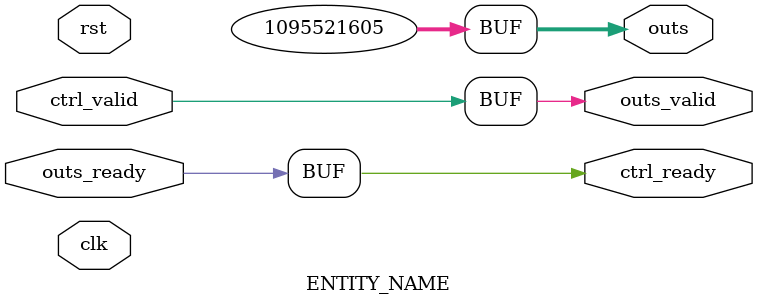
<source format=v>
module ENTITY_NAME #(
	parameter DATA_WIDTH = 32 // Default set to 32 bits
)(
	input  clk,
	input  rst,
  // Input Channel
	input  ctrl_valid,
  output ctrl_ready,
  // Output Channel
  output [DATA_WIDTH - 1 : 0] outs,
  output outs_valid,
	input  outs_ready
);
	assign outs = "VALUE";	//! What is this? This is not a valid HDL file, Jiantao 21/07/2024 
	assign outs_valid = ctrl_valid;
	assign ctrl_ready = outs_ready;

endmodule

</source>
